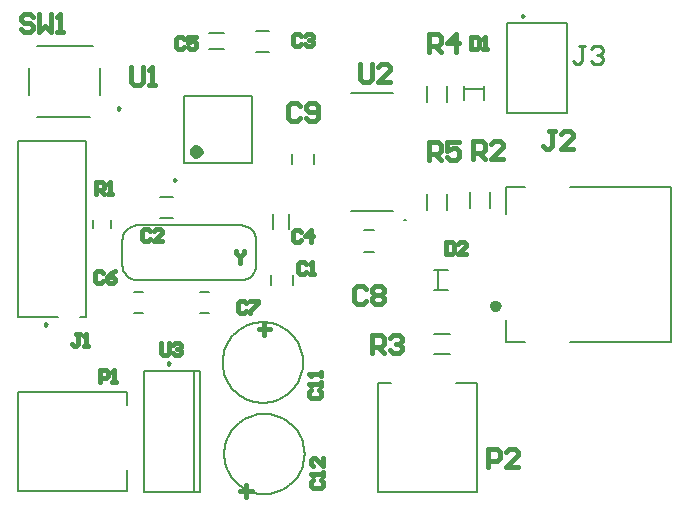
<source format=gto>
G04*
G04 #@! TF.GenerationSoftware,Altium Limited,Altium Designer,24.1.2 (44)*
G04*
G04 Layer_Color=65535*
%FSLAX25Y25*%
%MOIN*%
G70*
G04*
G04 #@! TF.SameCoordinates,7DBD4A73-798C-42AE-A11E-901C6AB6527B*
G04*
G04*
G04 #@! TF.FilePolarity,Positive*
G04*
G01*
G75*
%ADD10C,0.00984*%
%ADD11C,0.02362*%
%ADD12C,0.00500*%
%ADD13C,0.00787*%
%ADD14C,0.01968*%
%ADD15C,0.01800*%
%ADD16C,0.01000*%
D10*
X58122Y110268D02*
X57384Y110694D01*
Y109842D01*
X58122Y110268D01*
X14992Y62150D02*
X14254Y62576D01*
Y61724D01*
X14992Y62150D01*
X173992Y164862D02*
X173254Y165288D01*
Y164436D01*
X173992Y164862D01*
X55992Y49138D02*
X55254Y49564D01*
Y48712D01*
X55992Y49138D01*
X39406Y134142D02*
X38667Y134568D01*
Y133715D01*
X39406Y134142D01*
D11*
X65898Y119717D02*
X65453Y120640D01*
X64454Y120868D01*
X63652Y120229D01*
Y119204D01*
X64454Y118565D01*
X65453Y118793D01*
X65898Y119717D01*
D12*
X45167Y95173D02*
X44174Y95058D01*
X43222Y94751D01*
X42349Y94265D01*
X41588Y93617D01*
X40967Y92833D01*
X40511Y91944D01*
X40238Y90982D01*
X40157Y89986D01*
X84843D02*
X84762Y90982D01*
X84489Y91944D01*
X84033Y92833D01*
X83412Y93617D01*
X82651Y94265D01*
X81778Y94751D01*
X80826Y95058D01*
X79833Y95173D01*
Y76827D02*
X80826Y76942D01*
X81778Y77249D01*
X82651Y77735D01*
X83412Y78383D01*
X84033Y79167D01*
X84489Y80056D01*
X84762Y81018D01*
X84843Y82014D01*
X40157D02*
X40238Y81018D01*
X40511Y80056D01*
X40967Y79167D01*
X41588Y78383D01*
X42349Y77735D01*
X43222Y77249D01*
X44174Y76942D01*
X45167Y76827D01*
X40157Y82024D02*
Y89976D01*
X45158Y95173D02*
X79843D01*
X84842Y82024D02*
Y89976D01*
X45158Y76827D02*
X79843D01*
X116512Y99815D02*
X130488D01*
X116512Y139185D02*
X130488D01*
X116512Y99815D02*
X130488D01*
X116512Y139185D02*
X130488D01*
D13*
X134721Y96842D02*
X133933D01*
X134721D01*
X100886Y18921D02*
X100848Y19922D01*
X100736Y20916D01*
X100550Y21900D01*
X100291Y22867D01*
X99961Y23812D01*
X99560Y24729D01*
X99093Y25614D01*
X98560Y26462D01*
X97966Y27267D01*
X97312Y28026D01*
X96605Y28734D01*
X95846Y29387D01*
X95041Y29981D01*
X94193Y30514D01*
X93308Y30981D01*
X92390Y31382D01*
X91446Y31712D01*
X90479Y31971D01*
X89495Y32158D01*
X88500Y32270D01*
X87500Y32307D01*
X86500Y32270D01*
X85505Y32158D01*
X84521Y31971D01*
X83555Y31712D01*
X82610Y31382D01*
X81692Y30981D01*
X80807Y30514D01*
X79959Y29981D01*
X79154Y29387D01*
X78395Y28734D01*
X77688Y28026D01*
X77034Y27267D01*
X76440Y26462D01*
X75907Y25614D01*
X75440Y24729D01*
X75039Y23812D01*
X74709Y22867D01*
X74450Y21900D01*
X74264Y20916D01*
X74152Y19922D01*
X74114Y18921D01*
X74152Y17921D01*
X74264Y16926D01*
X74450Y15943D01*
X74709Y14976D01*
X75039Y14031D01*
X75440Y13113D01*
X75907Y12228D01*
X76440Y11381D01*
X77035Y10575D01*
X77688Y9817D01*
X78395Y9109D01*
X79154Y8456D01*
X79959Y7861D01*
X80807Y7329D01*
X81692Y6861D01*
X82610Y6461D01*
X83555Y6130D01*
X84521Y5871D01*
X85505Y5685D01*
X86500Y5573D01*
X87500Y5535D01*
X88500Y5573D01*
X89495Y5685D01*
X90479Y5871D01*
X91446Y6130D01*
X92390Y6461D01*
X93308Y6861D01*
X94193Y7329D01*
X95041Y7861D01*
X95846Y8456D01*
X96605Y9109D01*
X97312Y9817D01*
X97966Y10575D01*
X98560Y11381D01*
X99093Y12228D01*
X99560Y13113D01*
X99961Y14031D01*
X100291Y14976D01*
X100550Y15943D01*
X100736Y16926D01*
X100848Y17921D01*
X100886Y18921D01*
X100386Y49421D02*
X100348Y50422D01*
X100236Y51416D01*
X100050Y52400D01*
X99791Y53367D01*
X99461Y54312D01*
X99060Y55229D01*
X98593Y56114D01*
X98060Y56962D01*
X97465Y57767D01*
X96812Y58526D01*
X96105Y59234D01*
X95346Y59887D01*
X94541Y60481D01*
X93693Y61014D01*
X92808Y61481D01*
X91890Y61882D01*
X90946Y62212D01*
X89979Y62471D01*
X88995Y62658D01*
X88000Y62770D01*
X87000Y62807D01*
X86000Y62770D01*
X85005Y62658D01*
X84021Y62471D01*
X83055Y62212D01*
X82110Y61882D01*
X81192Y61481D01*
X80307Y61014D01*
X79460Y60481D01*
X78654Y59887D01*
X77895Y59234D01*
X77188Y58526D01*
X76534Y57767D01*
X75940Y56962D01*
X75407Y56114D01*
X74940Y55229D01*
X74540Y54312D01*
X74209Y53367D01*
X73950Y52400D01*
X73764Y51416D01*
X73652Y50422D01*
X73614Y49421D01*
X73652Y48421D01*
X73764Y47426D01*
X73950Y46443D01*
X74209Y45476D01*
X74540Y44531D01*
X74940Y43613D01*
X75407Y42728D01*
X75940Y41881D01*
X76535Y41075D01*
X77188Y40317D01*
X77895Y39609D01*
X78654Y38956D01*
X79460Y38361D01*
X80307Y37829D01*
X81192Y37361D01*
X82110Y36961D01*
X83055Y36630D01*
X84021Y36371D01*
X85005Y36185D01*
X86000Y36073D01*
X87000Y36035D01*
X88000Y36073D01*
X88995Y36185D01*
X89979Y36371D01*
X90946Y36630D01*
X91890Y36961D01*
X92808Y37361D01*
X93693Y37829D01*
X94541Y38361D01*
X95346Y38956D01*
X96105Y39609D01*
X96812Y40317D01*
X97465Y41075D01*
X98060Y41881D01*
X98593Y42728D01*
X99060Y43613D01*
X99461Y44531D01*
X99791Y45476D01*
X100050Y46443D01*
X100236Y47426D01*
X100348Y48421D01*
X100386Y49421D01*
X96842Y115521D02*
Y118855D01*
X104158Y115521D02*
Y118855D01*
X60780Y115780D02*
X83220D01*
X60780Y138220D02*
X83220D01*
X60780Y115780D02*
Y138220D01*
X83220Y115780D02*
Y138220D01*
X144138Y80346D02*
X148862D01*
X144138Y73654D02*
X148862D01*
X145220Y73949D02*
Y80051D01*
X120833Y86342D02*
X124167D01*
X120833Y93658D02*
X124167D01*
X52835Y104543D02*
X57165D01*
X52835Y97457D02*
X57165D01*
X66015Y73056D02*
X69152D01*
X66015Y65944D02*
X69152D01*
X36453Y94240D02*
Y96996D01*
X30547Y94240D02*
Y96996D01*
X27886Y64512D02*
Y123173D01*
X5248Y64512D02*
X18732D01*
X26016D02*
X27886D01*
X5248D02*
Y123173D01*
X27886D01*
X168500Y162500D02*
X188500D01*
X168500Y132500D02*
Y162500D01*
Y132500D02*
X188500D01*
Y162500D01*
X151252Y42610D02*
X158535D01*
X125465D02*
X129795D01*
X158535Y6390D02*
Y42610D01*
X125465Y6390D02*
X158535D01*
X125465D02*
Y42610D01*
X47468Y46579D02*
X65972D01*
X47468Y6421D02*
X65972D01*
X47468D02*
Y46579D01*
X65972Y6421D02*
Y46579D01*
X64004Y6421D02*
Y46579D01*
X156154Y100843D02*
Y106157D01*
X162846Y100843D02*
Y106157D01*
X141654Y100343D02*
Y105657D01*
X148346Y100343D02*
Y105657D01*
X154449Y140669D02*
X160551D01*
X154154Y137028D02*
Y141752D01*
X160846Y137028D02*
Y141752D01*
X148346Y136343D02*
Y141657D01*
X141654Y136343D02*
Y141657D01*
X168020Y99047D02*
Y107846D01*
X174532D01*
X168020Y56154D02*
Y63693D01*
Y56154D02*
X174532D01*
X189295Y107846D02*
X223138D01*
Y56154D02*
Y107846D01*
X189295Y56154D02*
X223138D01*
X144035Y52154D02*
X149350D01*
X144035Y58846D02*
X149350D01*
X44015Y65944D02*
X47152D01*
X44015Y73056D02*
X47152D01*
X95657Y94005D02*
Y99014D01*
X90343Y94005D02*
Y99014D01*
X97158Y75333D02*
Y78667D01*
X89842Y75333D02*
Y78667D01*
X69005Y159157D02*
X74014D01*
X69005Y153843D02*
X74014D01*
X11638Y131189D02*
X29268D01*
X9189Y138563D02*
Y147437D01*
X11638Y154811D02*
X30362D01*
X32811Y138669D02*
Y147437D01*
X5390Y39535D02*
X41610D01*
X5390Y6465D02*
Y39535D01*
Y6465D02*
X41610D01*
Y35205D02*
Y39535D01*
Y6465D02*
Y13748D01*
X84835Y160043D02*
X89165D01*
X84835Y152957D02*
X89165D01*
D14*
X165657Y68221D02*
X165165Y69073D01*
X164181D01*
X163689Y68221D01*
X164181Y67368D01*
X165165D01*
X165657Y68221D01*
D15*
X121500Y73999D02*
X120501Y74999D01*
X118501D01*
X117502Y73999D01*
Y70001D01*
X118501Y69001D01*
X120501D01*
X121500Y70001D01*
X123500Y73999D02*
X124499Y74999D01*
X126499D01*
X127498Y73999D01*
Y73000D01*
X126499Y72000D01*
X127498Y71000D01*
Y70001D01*
X126499Y69001D01*
X124499D01*
X123500Y70001D01*
Y71000D01*
X124499Y72000D01*
X123500Y73000D01*
Y73999D01*
X124499Y72000D02*
X126499D01*
X99500Y134999D02*
X98501Y135999D01*
X96501D01*
X95502Y134999D01*
Y131001D01*
X96501Y130001D01*
X98501D01*
X99500Y131001D01*
X101500D02*
X102499Y130001D01*
X104499D01*
X105498Y131001D01*
Y134999D01*
X104499Y135999D01*
X102499D01*
X101500Y134999D01*
Y134000D01*
X102499Y133000D01*
X105498D01*
X43001Y147999D02*
Y143001D01*
X44001Y142001D01*
X46000D01*
X47000Y143001D01*
Y147999D01*
X48999Y142001D02*
X50999D01*
X49999D01*
Y147999D01*
X48999Y146999D01*
X148168Y89499D02*
Y85501D01*
X150167D01*
X150833Y86167D01*
Y88833D01*
X150167Y89499D01*
X148168D01*
X154832Y85501D02*
X152166D01*
X154832Y88166D01*
Y88833D01*
X154166Y89499D01*
X152833D01*
X152166Y88833D01*
X49334Y93333D02*
X48667Y93999D01*
X47334D01*
X46668Y93333D01*
Y90667D01*
X47334Y90001D01*
X48667D01*
X49334Y90667D01*
X53332Y90001D02*
X50666D01*
X53332Y92666D01*
Y93333D01*
X52666Y93999D01*
X51333D01*
X50666Y93333D01*
X99834Y92833D02*
X99167Y93499D01*
X97834D01*
X97168Y92833D01*
Y90167D01*
X97834Y89501D01*
X99167D01*
X99834Y90167D01*
X103166Y89501D02*
Y93499D01*
X101166Y91500D01*
X103832D01*
X78167Y86499D02*
Y85833D01*
X79500Y84500D01*
X80833Y85833D01*
Y86499D01*
X79500Y84500D02*
Y82501D01*
X81334Y69333D02*
X80667Y69999D01*
X79334D01*
X78668Y69333D01*
Y66667D01*
X79334Y66001D01*
X80667D01*
X81334Y66667D01*
X82666Y69999D02*
X85332D01*
Y69333D01*
X82666Y66667D01*
Y66001D01*
X31334Y105501D02*
Y109499D01*
X33334D01*
X34000Y108833D01*
Y107500D01*
X33334Y106834D01*
X31334D01*
X32667D02*
X34000Y105501D01*
X35333D02*
X36666D01*
X35999D01*
Y109499D01*
X35333Y108833D01*
X26000Y58999D02*
X24667D01*
X25333D01*
Y55667D01*
X24667Y55001D01*
X24001D01*
X23334Y55667D01*
X27333Y55001D02*
X28666D01*
X27999D01*
Y58999D01*
X27333Y58333D01*
X81452Y8500D02*
Y4564D01*
X83420Y6532D02*
X79484D01*
X87548Y58500D02*
Y62436D01*
X85580Y60468D02*
X89516D01*
X119502Y148999D02*
Y144001D01*
X120501Y143001D01*
X122501D01*
X123500Y144001D01*
Y148999D01*
X129498Y143001D02*
X125500D01*
X129498Y147000D01*
Y147999D01*
X128499Y148999D01*
X126499D01*
X125500Y147999D01*
X142500Y116800D02*
Y122798D01*
X145499D01*
X146499Y121798D01*
Y119799D01*
X145499Y118799D01*
X142500D01*
X144499D02*
X146499Y116800D01*
X152497Y122798D02*
X148498D01*
Y119799D01*
X150497Y120799D01*
X151497D01*
X152497Y119799D01*
Y117800D01*
X151497Y116800D01*
X149498D01*
X148498Y117800D01*
X142500Y152800D02*
Y158798D01*
X145499D01*
X146499Y157798D01*
Y155799D01*
X145499Y154799D01*
X142500D01*
X144499D02*
X146499Y152800D01*
X151497D02*
Y158798D01*
X148498Y155799D01*
X152497D01*
X162002Y14501D02*
Y20499D01*
X165001D01*
X166000Y19499D01*
Y17500D01*
X165001Y16500D01*
X162002D01*
X171998Y14501D02*
X168000D01*
X171998Y18500D01*
Y19499D01*
X170999Y20499D01*
X168999D01*
X168000Y19499D01*
X184500Y126499D02*
X182501D01*
X183501D01*
Y121501D01*
X182501Y120501D01*
X181501D01*
X180502Y121501D01*
X190498Y120501D02*
X186500D01*
X190498Y124500D01*
Y125499D01*
X189499Y126499D01*
X187499D01*
X186500Y125499D01*
X10399Y164498D02*
X9399Y165498D01*
X7400D01*
X6400Y164498D01*
Y163499D01*
X7400Y162499D01*
X9399D01*
X10399Y161499D01*
Y160500D01*
X9399Y159500D01*
X7400D01*
X6400Y160500D01*
X12398Y165498D02*
Y159500D01*
X14397Y161499D01*
X16397Y159500D01*
Y165498D01*
X18396Y159500D02*
X20395D01*
X19396D01*
Y165498D01*
X18396Y164498D01*
X156334Y157889D02*
Y153891D01*
X158334D01*
X159000Y154557D01*
Y157223D01*
X158334Y157889D01*
X156334D01*
X160333Y153891D02*
X161666D01*
X160999D01*
Y157889D01*
X160333Y157223D01*
X123502Y52501D02*
Y58499D01*
X126501D01*
X127500Y57499D01*
Y55500D01*
X126501Y54500D01*
X123502D01*
X125501D02*
X127500Y52501D01*
X129500Y57499D02*
X130499Y58499D01*
X132499D01*
X133498Y57499D01*
Y56500D01*
X132499Y55500D01*
X131499D01*
X132499D01*
X133498Y54500D01*
Y53501D01*
X132499Y52501D01*
X130499D01*
X129500Y53501D01*
X157000Y117300D02*
Y123298D01*
X159999D01*
X160999Y122298D01*
Y120299D01*
X159999Y119299D01*
X157000D01*
X158999D02*
X160999Y117300D01*
X166997D02*
X162998D01*
X166997Y121299D01*
Y122298D01*
X165997Y123298D01*
X163998D01*
X162998Y122298D01*
X103667Y10167D02*
X103001Y9501D01*
Y8168D01*
X103667Y7502D01*
X106333D01*
X106999Y8168D01*
Y9501D01*
X106333Y10167D01*
X106999Y11500D02*
Y12833D01*
Y12167D01*
X103001D01*
X103667Y11500D01*
X106999Y17498D02*
Y14833D01*
X104333Y17498D01*
X103667D01*
X103001Y16832D01*
Y15499D01*
X103667Y14833D01*
X103167Y40334D02*
X102501Y39667D01*
Y38335D01*
X103167Y37668D01*
X105833D01*
X106499Y38335D01*
Y39667D01*
X105833Y40334D01*
X106499Y41667D02*
Y43000D01*
Y42333D01*
X102501D01*
X103167Y41667D01*
X106499Y44999D02*
Y46332D01*
Y45665D01*
X102501D01*
X103167Y44999D01*
X53168Y55999D02*
Y52667D01*
X53834Y52001D01*
X55167D01*
X55834Y52667D01*
Y55999D01*
X57166Y55333D02*
X57833Y55999D01*
X59166D01*
X59832Y55333D01*
Y54666D01*
X59166Y54000D01*
X58499D01*
X59166D01*
X59832Y53334D01*
Y52667D01*
X59166Y52001D01*
X57833D01*
X57166Y52667D01*
X32834Y43001D02*
Y46999D01*
X34834D01*
X35500Y46333D01*
Y45000D01*
X34834Y44334D01*
X32834D01*
X36833Y43001D02*
X38166D01*
X37499D01*
Y46999D01*
X36833Y46333D01*
X33834Y79333D02*
X33167Y79999D01*
X31834D01*
X31168Y79333D01*
Y76667D01*
X31834Y76001D01*
X33167D01*
X33834Y76667D01*
X37832Y79999D02*
X36499Y79333D01*
X35166Y78000D01*
Y76667D01*
X35833Y76001D01*
X37166D01*
X37832Y76667D01*
Y77334D01*
X37166Y78000D01*
X35166D01*
X60834Y157333D02*
X60167Y157999D01*
X58834D01*
X58168Y157333D01*
Y154667D01*
X58834Y154001D01*
X60167D01*
X60834Y154667D01*
X64832Y157999D02*
X62167D01*
Y156000D01*
X63499Y156667D01*
X64166D01*
X64832Y156000D01*
Y154667D01*
X64166Y154001D01*
X62833D01*
X62167Y154667D01*
X99834Y158333D02*
X99167Y158999D01*
X97834D01*
X97168Y158333D01*
Y155667D01*
X97834Y155001D01*
X99167D01*
X99834Y155667D01*
X101166Y158333D02*
X101833Y158999D01*
X103166D01*
X103832Y158333D01*
Y157667D01*
X103166Y157000D01*
X102499D01*
X103166D01*
X103832Y156333D01*
Y155667D01*
X103166Y155001D01*
X101833D01*
X101166Y155667D01*
X101500Y82333D02*
X100834Y82999D01*
X99501D01*
X98834Y82333D01*
Y79667D01*
X99501Y79001D01*
X100834D01*
X101500Y79667D01*
X102833Y79001D02*
X104166D01*
X103499D01*
Y82999D01*
X102833Y82333D01*
D16*
X194500Y154999D02*
X192501D01*
X193501D01*
Y150001D01*
X192501Y149001D01*
X191501D01*
X190502Y150001D01*
X196500Y153999D02*
X197499Y154999D01*
X199499D01*
X200498Y153999D01*
Y153000D01*
X199499Y152000D01*
X198499D01*
X199499D01*
X200498Y151000D01*
Y150001D01*
X199499Y149001D01*
X197499D01*
X196500Y150001D01*
M02*

</source>
